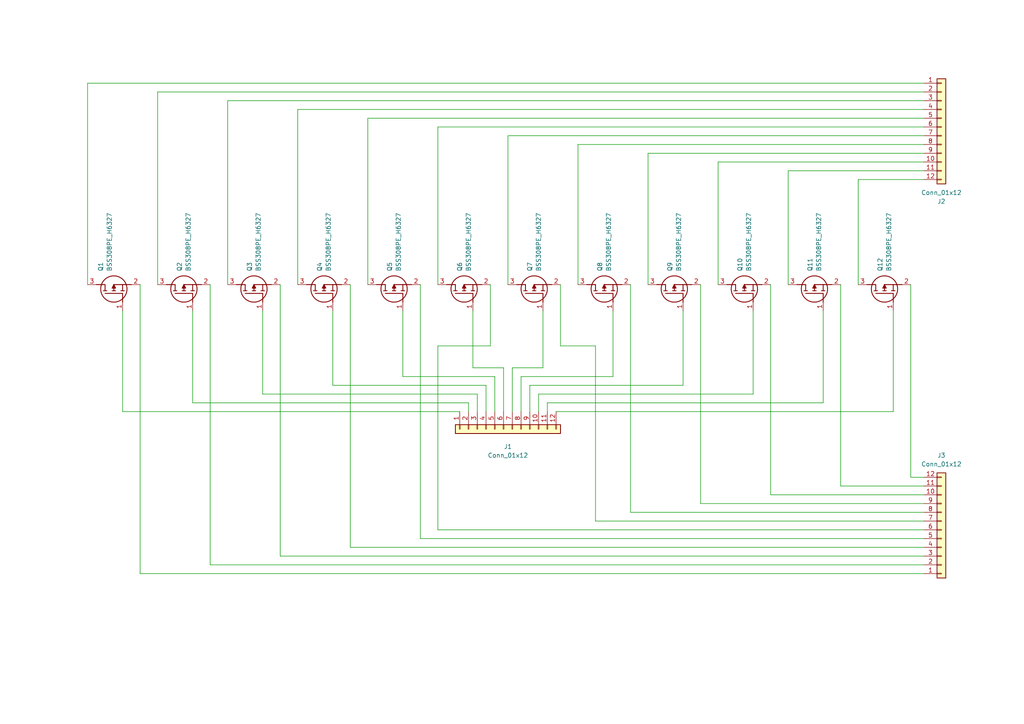
<source format=kicad_sch>
(kicad_sch (version 20230121) (generator eeschema)
  (paper "A4")
  (title_block (title "Infineon MOSFET-P Breakout Board") (rev "1") (company "AeroNU - FixedWing"))
  (lib_symbols
    (symbol "Connector_Generic:Conn_01x12" (pin_names (offset 1.016) hide)
      (property "Reference" "J" (at 0 15.24 0))
      (property "Value" "Conn_01x12" (at 0 -17.78 0))
      (symbol "Conn_01x12_1_1"
        (rectangle (start -1.27 -15.113) (end 0 -15.367) (stroke (width 0.1524)))
        (rectangle (start -1.27 -12.573) (end 0 -12.827) (stroke (width 0.1524)))
        (rectangle (start -1.27 -10.033) (end 0 -10.287) (stroke (width 0.1524)))
        (rectangle (start -1.27 -7.493) (end 0 -7.747) (stroke (width 0.1524)))
        (rectangle (start -1.27 -4.953) (end 0 -5.207) (stroke (width 0.1524)))
        (rectangle (start -1.27 -2.413) (end 0 -2.667) (stroke (width 0.1524)))
        (rectangle (start -1.27 0.127) (end 0 -0.127) (stroke (width 0.1524)))
        (rectangle (start -1.27 2.667) (end 0 2.413) (stroke (width 0.1524)))
        (rectangle (start -1.27 5.207) (end 0 4.953) (stroke (width 0.1524)))
        (rectangle (start -1.27 7.747) (end 0 7.493) (stroke (width 0.1524)))
        (rectangle (start -1.27 10.287) (end 0 10.033) (stroke (width 0.1524)))
        (rectangle (start -1.27 12.827) (end 0 12.573) (stroke (width 0.1524)))
        (rectangle (start -1.27 13.97) (end 1.27 -16.51) (stroke (width 0.254)) (fill (type background)))
        (pin passive line (at -5.08 12.7 0) (length 3.81) (name "Pin_1") (number "1"))
        (pin passive line (at -5.08 -10.16 0) (length 3.81) (name "Pin_10") (number "10"))
        (pin passive line (at -5.08 -12.7 0) (length 3.81) (name "Pin_11") (number "11"))
        (pin passive line (at -5.08 -15.24 0) (length 3.81) (name "Pin_12") (number "12"))
        (pin passive line (at -5.08 10.16 0) (length 3.81) (name "Pin_2") (number "2"))
        (pin passive line (at -5.08 7.62 0) (length 3.81) (name "Pin_3") (number "3"))
        (pin passive line (at -5.08 5.08 0) (length 3.81) (name "Pin_4") (number "4"))
        (pin passive line (at -5.08 2.54 0) (length 3.81) (name "Pin_5") (number "5"))
        (pin passive line (at -5.08 0 0) (length 3.81) (name "Pin_6") (number "6"))
        (pin passive line (at -5.08 -2.54 0) (length 3.81) (name "Pin_7") (number "7"))
        (pin passive line (at -5.08 -5.08 0) (length 3.81) (name "Pin_8") (number "8"))
        (pin passive line (at -5.08 -7.62 0) (length 3.81) (name "Pin_9") (number "9"))
      )
    )
    (symbol "FixedWing:BSS308PE_H6327" (pin_names hide)
      (property "Reference" "Q" (at 11.43 3.81 0))
      (property "Value" "BSS308PE_H6327" (at 11.43 1.27 0))
      (symbol "BSS308PE_H6327_1_1"
        (polyline (pts (xy 2.54 0) (xy 5.08 0)) (stroke (width 0.254)))
        (polyline (pts (xy 5.08 5.08) (xy 5.08 0)) (stroke (width 0.254)))
        (polyline (pts (xy 5.842 -0.508) (xy 5.842 0.508)) (stroke (width 0.254)))
        (polyline (pts (xy 5.842 0) (xy 7.62 0)) (stroke (width 0.254)))
        (polyline (pts (xy 5.842 2.032) (xy 5.842 3.048)) (stroke (width 0.254)))
        (polyline (pts (xy 5.842 5.588) (xy 5.842 4.572)) (stroke (width 0.254)))
        (polyline (pts (xy 7.62 2.54) (xy 5.842 2.54)) (stroke (width 0.254)))
        (polyline (pts (xy 7.62 2.54) (xy 7.62 -2.54)) (stroke (width 0.254)))
        (polyline (pts (xy 7.62 5.08) (xy 5.842 5.08)) (stroke (width 0.254)))
        (polyline (pts (xy 7.62 5.08) (xy 7.62 7.62)) (stroke (width 0.254)))
        (polyline (pts (xy 7.62 2.54) (xy 6.604 3.048) (xy 6.604 2.032) (xy 7.62 2.54)) (stroke (width 0.254)) (fill (type outline)))
        (circle (center 6.35 2.54) (radius 3.81) (stroke (width 0.254)))
        (pin passive line (at 0 0 0) (length 2.54) (name "G") (number "1"))
        (pin passive line (at 7.62 -5.08 90) (length 2.54) (name "S") (number "2"))
        (pin passive line (at 7.62 10.16 270) (length 2.54) (name "D") (number "3"))
      )
    )
  )
  (wire (pts (xy 146.05 106.68) (xy 146.05 119.38)))
  (wire (pts (xy 45.72 26.67) (xy 45.72 82.55)))
  (wire (pts (xy 151.13 109.22) (xy 151.13 119.38)))
  (wire (pts (xy 81.28 82.55) (xy 81.28 161.29)))
  (wire (pts (xy 143.51 109.22) (xy 143.51 119.38)))
  (wire (pts (xy 137.16 90.17) (xy 137.16 106.68)))
  (wire (pts (xy 135.89 116.84) (xy 135.89 119.38)))
  (wire (pts (xy 148.59 106.68) (xy 148.59 119.38)))
  (wire (pts (xy 208.28 46.99) (xy 267.97 46.99)))
  (wire (pts (xy 60.96 82.55) (xy 60.96 163.83)))
  (wire (pts (xy 172.72 151.13) (xy 267.97 151.13)))
  (wire (pts (xy 147.32 39.37) (xy 267.97 39.37)))
  (wire (pts (xy 86.36 31.75) (xy 86.36 82.55)))
  (wire (pts (xy 60.96 163.83) (xy 267.97 163.83)))
  (wire (pts (xy 127 100.33) (xy 127 153.67)))
  (wire (pts (xy 243.84 82.55) (xy 243.84 140.97)))
  (wire (pts (xy 147.32 39.37) (xy 147.32 82.55)))
  (wire (pts (xy 158.75 116.84) (xy 158.75 119.38)))
  (wire (pts (xy 248.92 52.07) (xy 248.92 82.55)))
  (wire (pts (xy 106.68 34.29) (xy 106.68 82.55)))
  (wire (pts (xy 106.68 34.29) (xy 267.97 34.29)))
  (wire (pts (xy 158.75 116.84) (xy 238.76 116.84)))
  (wire (pts (xy 101.6 82.55) (xy 101.6 158.75)))
  (wire (pts (xy 223.52 143.51) (xy 267.97 143.51)))
  (wire (pts (xy 40.64 82.55) (xy 40.64 166.37)))
  (wire (pts (xy 238.76 90.17) (xy 238.76 116.84)))
  (wire (pts (xy 151.13 109.22) (xy 177.8 109.22)))
  (wire (pts (xy 157.48 90.17) (xy 157.48 106.68)))
  (wire (pts (xy 25.4 24.13) (xy 267.97 24.13)))
  (wire (pts (xy 182.88 148.59) (xy 267.97 148.59)))
  (wire (pts (xy 66.04 29.21) (xy 66.04 82.55)))
  (wire (pts (xy 116.84 109.22) (xy 143.51 109.22)))
  (wire (pts (xy 228.6 49.53) (xy 267.97 49.53)))
  (wire (pts (xy 127 36.83) (xy 127 82.55)))
  (wire (pts (xy 203.2 146.05) (xy 267.97 146.05)))
  (wire (pts (xy 153.67 111.76) (xy 198.12 111.76)))
  (wire (pts (xy 96.52 111.76) (xy 140.97 111.76)))
  (wire (pts (xy 167.64 41.91) (xy 267.97 41.91)))
  (wire (pts (xy 156.21 114.3) (xy 156.21 119.38)))
  (wire (pts (xy 127 36.83) (xy 267.97 36.83)))
  (wire (pts (xy 203.2 82.55) (xy 203.2 146.05)))
  (wire (pts (xy 96.52 90.17) (xy 96.52 111.76)))
  (wire (pts (xy 208.28 46.99) (xy 208.28 82.55)))
  (wire (pts (xy 76.2 114.3) (xy 138.43 114.3)))
  (wire (pts (xy 218.44 90.17) (xy 218.44 114.3)))
  (wire (pts (xy 55.88 90.17) (xy 55.88 116.84)))
  (wire (pts (xy 35.56 119.38) (xy 133.35 119.38)))
  (wire (pts (xy 116.84 90.17) (xy 116.84 109.22)))
  (wire (pts (xy 264.16 138.43) (xy 267.97 138.43)))
  (wire (pts (xy 127 153.67) (xy 267.97 153.67)))
  (wire (pts (xy 177.8 90.17) (xy 177.8 109.22)))
  (wire (pts (xy 198.12 90.17) (xy 198.12 111.76)))
  (wire (pts (xy 101.6 158.75) (xy 267.97 158.75)))
  (wire (pts (xy 81.28 161.29) (xy 267.97 161.29)))
  (wire (pts (xy 35.56 90.17) (xy 35.56 119.38)))
  (wire (pts (xy 172.72 100.33) (xy 172.72 151.13)))
  (wire (pts (xy 137.16 106.68) (xy 146.05 106.68)))
  (wire (pts (xy 121.92 82.55) (xy 121.92 156.21)))
  (wire (pts (xy 161.29 119.38) (xy 259.08 119.38)))
  (wire (pts (xy 162.56 100.33) (xy 172.72 100.33)))
  (wire (pts (xy 142.24 82.55) (xy 142.24 100.33)))
  (wire (pts (xy 66.04 29.21) (xy 267.97 29.21)))
  (wire (pts (xy 248.92 52.07) (xy 267.97 52.07)))
  (wire (pts (xy 153.67 111.76) (xy 153.67 119.38)))
  (wire (pts (xy 182.88 82.55) (xy 182.88 148.59)))
  (wire (pts (xy 162.56 82.55) (xy 162.56 100.33)))
  (wire (pts (xy 138.43 114.3) (xy 138.43 119.38)))
  (wire (pts (xy 55.88 116.84) (xy 135.89 116.84)))
  (wire (pts (xy 187.96 44.45) (xy 187.96 82.55)))
  (wire (pts (xy 167.64 41.91) (xy 167.64 82.55)))
  (wire (pts (xy 156.21 114.3) (xy 218.44 114.3)))
  (wire (pts (xy 267.97 166.37) (xy 40.64 166.37)))
  (wire (pts (xy 121.92 156.21) (xy 267.97 156.21)))
  (wire (pts (xy 187.96 44.45) (xy 267.97 44.45)))
  (wire (pts (xy 223.52 82.55) (xy 223.52 143.51)))
  (wire (pts (xy 25.4 24.13) (xy 25.4 82.55)))
  (wire (pts (xy 86.36 31.75) (xy 267.97 31.75)))
  (wire (pts (xy 259.08 90.17) (xy 259.08 119.38)))
  (wire (pts (xy 243.84 140.97) (xy 267.97 140.97)))
  (wire (pts (xy 76.2 90.17) (xy 76.2 114.3)))
  (wire (pts (xy 140.97 111.76) (xy 140.97 119.38)))
  (wire (pts (xy 264.16 82.55) (xy 264.16 138.43)))
  (wire (pts (xy 148.59 106.68) (xy 157.48 106.68)))
  (wire (pts (xy 127 100.33) (xy 142.24 100.33)))
  (wire (pts (xy 228.6 49.53) (xy 228.6 82.55)))
  (wire (pts (xy 45.72 26.67) (xy 267.97 26.67)))
  (symbol (lib_id "Connector_Generic:Conn_01x12") (at 273.05 36.83 0) (unit 1)
    (property "Reference" "J2" (at 273.05 58.42 0))
    (property "Value" "Conn_01x12" (at 273.05 55.88 0))
    (property "Footprint" "Connector_PinSocket_2.54mm:PinSocket_1x12_P2.54mm_Vertical" (effects hide))
  )
  (symbol (lib_id "FixedWing:BSS308PE_H6327") (at 259.08 90.17 90) (unit 1)
    (property "Reference" "Q12" (at 255.27 78.74 0) (effects (justify left)))
    (property "Value" "BSS308PE_H6327" (at 257.81 78.74 0) (effects (justify left)))
    (property "Footprint" "SOT95P260X110-3N" (effects hide))
    (property "Datasheet" "https://componentsearchengine.com/Datasheets/1/BSS308PE H6327.pdf" (effects hide))
    (property "Height" "1.1" (effects hide))
    (property "Mouser Part Number" "726-BSS308PEH6327" (effects hide))
    (property "Mouser Price/Stock" "https://www.mouser.co.uk/ProductDetail/Infineon-Technologies/BSS308PE-H6327?qs=oPPfIaWL1l0trIaeR9VW8A%3D%3D" (effects hide))
    (property "Manufacturer_Name" "Infineon" (effects hide))
    (property "Manufacturer_Part_Number" "BSS308PE H6327" (effects hide))
  )
  (symbol (lib_id "FixedWing:BSS308PE_H6327") (at 198.12 90.17 90) (unit 1)
    (property "Reference" "Q9" (at 194.31 78.74 0) (effects (justify left)))
    (property "Value" "BSS308PE_H6327" (at 196.85 78.74 0) (effects (justify left)))
    (property "Footprint" "SOT95P260X110-3N" (effects hide))
    (property "Datasheet" "https://componentsearchengine.com/Datasheets/1/BSS308PE H6327.pdf" (effects hide))
    (property "Height" "1.1" (effects hide))
    (property "Mouser Part Number" "726-BSS308PEH6327" (effects hide))
    (property "Mouser Price/Stock" "https://www.mouser.co.uk/ProductDetail/Infineon-Technologies/BSS308PE-H6327?qs=oPPfIaWL1l0trIaeR9VW8A%3D%3D" (effects hide))
    (property "Manufacturer_Name" "Infineon" (effects hide))
    (property "Manufacturer_Part_Number" "BSS308PE H6327" (effects hide))
  )
  (symbol (lib_id "FixedWing:BSS308PE_H6327") (at 157.48 90.17 90) (unit 1)
    (property "Reference" "Q7" (at 153.67 78.74 0) (effects (justify left)))
    (property "Value" "BSS308PE_H6327" (at 156.21 78.74 0) (effects (justify left)))
    (property "Footprint" "SOT95P260X110-3N" (effects hide))
    (property "Datasheet" "https://componentsearchengine.com/Datasheets/1/BSS308PE H6327.pdf" (effects hide))
    (property "Height" "1.1" (effects hide))
    (property "Mouser Part Number" "726-BSS308PEH6327" (effects hide))
    (property "Mouser Price/Stock" "https://www.mouser.co.uk/ProductDetail/Infineon-Technologies/BSS308PE-H6327?qs=oPPfIaWL1l0trIaeR9VW8A%3D%3D" (effects hide))
    (property "Manufacturer_Name" "Infineon" (effects hide))
    (property "Manufacturer_Part_Number" "BSS308PE H6327" (effects hide))
  )
  (symbol (lib_id "FixedWing:BSS308PE_H6327") (at 96.52 90.17 90) (unit 1)
    (property "Reference" "Q4" (at 92.71 78.74 0) (effects (justify left)))
    (property "Value" "BSS308PE_H6327" (at 95.25 78.74 0) (effects (justify left)))
    (property "Footprint" "SOT95P260X110-3N" (effects hide))
    (property "Datasheet" "https://componentsearchengine.com/Datasheets/1/BSS308PE H6327.pdf" (effects hide))
    (property "Height" "1.1" (effects hide))
    (property "Mouser Part Number" "726-BSS308PEH6327" (effects hide))
    (property "Mouser Price/Stock" "https://www.mouser.co.uk/ProductDetail/Infineon-Technologies/BSS308PE-H6327?qs=oPPfIaWL1l0trIaeR9VW8A%3D%3D" (effects hide))
    (property "Manufacturer_Name" "Infineon" (effects hide))
    (property "Manufacturer_Part_Number" "BSS308PE H6327" (effects hide))
  )
  (symbol (lib_id "FixedWing:BSS308PE_H6327") (at 116.84 90.17 90) (unit 1)
    (property "Reference" "Q5" (at 113.03 78.74 0) (effects (justify left)))
    (property "Value" "BSS308PE_H6327" (at 115.57 78.74 0) (effects (justify left)))
    (property "Footprint" "SOT95P260X110-3N" (effects hide))
    (property "Datasheet" "https://componentsearchengine.com/Datasheets/1/BSS308PE H6327.pdf" (effects hide))
    (property "Height" "1.1" (effects hide))
    (property "Mouser Part Number" "726-BSS308PEH6327" (effects hide))
    (property "Mouser Price/Stock" "https://www.mouser.co.uk/ProductDetail/Infineon-Technologies/BSS308PE-H6327?qs=oPPfIaWL1l0trIaeR9VW8A%3D%3D" (effects hide))
    (property "Manufacturer_Name" "Infineon" (effects hide))
    (property "Manufacturer_Part_Number" "BSS308PE H6327" (effects hide))
  )
  (symbol (lib_id "FixedWing:BSS308PE_H6327") (at 177.8 90.17 90) (unit 1)
    (property "Reference" "Q8" (at 173.99 78.74 0) (effects (justify left)))
    (property "Value" "BSS308PE_H6327" (at 176.53 78.74 0) (effects (justify left)))
    (property "Footprint" "SOT95P260X110-3N" (effects hide))
    (property "Datasheet" "https://componentsearchengine.com/Datasheets/1/BSS308PE H6327.pdf" (effects hide))
    (property "Height" "1.1" (effects hide))
    (property "Mouser Part Number" "726-BSS308PEH6327" (effects hide))
    (property "Mouser Price/Stock" "https://www.mouser.co.uk/ProductDetail/Infineon-Technologies/BSS308PE-H6327?qs=oPPfIaWL1l0trIaeR9VW8A%3D%3D" (effects hide))
    (property "Manufacturer_Name" "Infineon" (effects hide))
    (property "Manufacturer_Part_Number" "BSS308PE H6327" (effects hide))
  )
  (symbol (lib_id "Connector_Generic:Conn_01x12") (at 273.05 153.67 0) (mirror x) (unit 1)
    (property "Reference" "J3" (at 273.05 132.08 0))
    (property "Value" "Conn_01x12" (at 273.05 134.62 0))
    (property "Footprint" "Connector_PinSocket_2.54mm:PinSocket_1x12_P2.54mm_Vertical" (effects hide))
  )
  (symbol (lib_id "Connector_Generic:Conn_01x12") (at 146.05 124.46 90) (mirror x) (unit 1)
    (property "Reference" "J1" (at 147.32 129.54 90))
    (property "Value" "Conn_01x12" (at 147.32 132.08 90))
    (property "Footprint" "Connector_PinSocket_2.54mm:PinSocket_1x12_P2.54mm_Vertical" (effects hide))
  )
  (symbol (lib_id "FixedWing:BSS308PE_H6327") (at 238.76 90.17 90) (unit 1)
    (property "Reference" "Q11" (at 234.95 78.74 0) (effects (justify left)))
    (property "Value" "BSS308PE_H6327" (at 237.49 78.74 0) (effects (justify left)))
    (property "Footprint" "SOT95P260X110-3N" (effects hide))
    (property "Datasheet" "https://componentsearchengine.com/Datasheets/1/BSS308PE H6327.pdf" (effects hide))
    (property "Height" "1.1" (effects hide))
    (property "Mouser Part Number" "726-BSS308PEH6327" (effects hide))
    (property "Mouser Price/Stock" "https://www.mouser.co.uk/ProductDetail/Infineon-Technologies/BSS308PE-H6327?qs=oPPfIaWL1l0trIaeR9VW8A%3D%3D" (effects hide))
    (property "Manufacturer_Name" "Infineon" (effects hide))
    (property "Manufacturer_Part_Number" "BSS308PE H6327" (effects hide))
  )
  (symbol (lib_id "FixedWing:BSS308PE_H6327") (at 76.2 90.17 90) (unit 1)
    (property "Reference" "Q3" (at 72.39 78.74 0) (effects (justify left)))
    (property "Value" "BSS308PE_H6327" (at 74.93 78.74 0) (effects (justify left)))
    (property "Footprint" "SOT95P260X110-3N" (effects hide))
    (property "Datasheet" "https://componentsearchengine.com/Datasheets/1/BSS308PE H6327.pdf" (effects hide))
    (property "Height" "1.1" (effects hide))
    (property "Mouser Part Number" "726-BSS308PEH6327" (effects hide))
    (property "Mouser Price/Stock" "https://www.mouser.co.uk/ProductDetail/Infineon-Technologies/BSS308PE-H6327?qs=oPPfIaWL1l0trIaeR9VW8A%3D%3D" (effects hide))
    (property "Manufacturer_Name" "Infineon" (effects hide))
    (property "Manufacturer_Part_Number" "BSS308PE H6327" (effects hide))
  )
  (symbol (lib_id "FixedWing:BSS308PE_H6327") (at 137.16 90.17 90) (unit 1)
    (property "Reference" "Q6" (at 133.35 78.74 0) (effects (justify left)))
    (property "Value" "BSS308PE_H6327" (at 135.89 78.74 0) (effects (justify left)))
    (property "Footprint" "SOT95P260X110-3N" (effects hide))
    (property "Datasheet" "https://componentsearchengine.com/Datasheets/1/BSS308PE H6327.pdf" (effects hide))
    (property "Height" "1.1" (effects hide))
    (property "Mouser Part Number" "726-BSS308PEH6327" (effects hide))
    (property "Mouser Price/Stock" "https://www.mouser.co.uk/ProductDetail/Infineon-Technologies/BSS308PE-H6327?qs=oPPfIaWL1l0trIaeR9VW8A%3D%3D" (effects hide))
    (property "Manufacturer_Name" "Infineon" (effects hide))
    (property "Manufacturer_Part_Number" "BSS308PE H6327" (effects hide))
  )
  (symbol (lib_id "FixedWing:BSS308PE_H6327") (at 35.56 90.17 90) (unit 1)
    (property "Reference" "Q1" (at 29.21 78.74 0) (effects (justify left)))
    (property "Value" "BSS308PE_H6327" (at 31.75 78.74 0) (effects (justify left)))
    (property "Footprint" "SOT95P260X110-3N" (effects hide))
    (property "Datasheet" "https://componentsearchengine.com/Datasheets/1/BSS308PE H6327.pdf" (effects hide))
    (property "Height" "1.1" (effects hide))
    (property "Mouser Part Number" "726-BSS308PEH6327" (effects hide))
    (property "Mouser Price/Stock" "https://www.mouser.co.uk/ProductDetail/Infineon-Technologies/BSS308PE-H6327?qs=oPPfIaWL1l0trIaeR9VW8A%3D%3D" (effects hide))
    (property "Manufacturer_Name" "Infineon" (effects hide))
    (property "Manufacturer_Part_Number" "BSS308PE H6327" (effects hide))
  )
  (symbol (lib_id "FixedWing:BSS308PE_H6327") (at 55.88 90.17 90) (unit 1)
    (property "Reference" "Q2" (at 52.07 78.74 0) (effects (justify left)))
    (property "Value" "BSS308PE_H6327" (at 54.61 78.74 0) (effects (justify left)))
    (property "Footprint" "SOT95P260X110-3N" (effects hide))
    (property "Datasheet" "https://componentsearchengine.com/Datasheets/1/BSS308PE H6327.pdf" (effects hide))
    (property "Height" "1.1" (effects hide))
    (property "Mouser Part Number" "726-BSS308PEH6327" (effects hide))
    (property "Mouser Price/Stock" "https://www.mouser.co.uk/ProductDetail/Infineon-Technologies/BSS308PE-H6327?qs=oPPfIaWL1l0trIaeR9VW8A%3D%3D" (effects hide))
    (property "Manufacturer_Name" "Infineon" (effects hide))
    (property "Manufacturer_Part_Number" "BSS308PE H6327" (effects hide))
  )
  (symbol (lib_id "FixedWing:BSS308PE_H6327") (at 218.44 90.17 90) (unit 1)
    (property "Reference" "Q10" (at 214.63 78.74 0) (effects (justify left)))
    (property "Value" "BSS308PE_H6327" (at 217.17 78.74 0) (effects (justify left)))
    (property "Footprint" "SOT95P260X110-3N" (effects hide))
    (property "Datasheet" "https://componentsearchengine.com/Datasheets/1/BSS308PE H6327.pdf" (effects hide))
    (property "Height" "1.1" (effects hide))
    (property "Mouser Part Number" "726-BSS308PEH6327" (effects hide))
    (property "Mouser Price/Stock" "https://www.mouser.co.uk/ProductDetail/Infineon-Technologies/BSS308PE-H6327?qs=oPPfIaWL1l0trIaeR9VW8A%3D%3D" (effects hide))
    (property "Manufacturer_Name" "Infineon" (effects hide))
    (property "Manufacturer_Part_Number" "BSS308PE H6327" (effects hide))
  )
)
</source>
